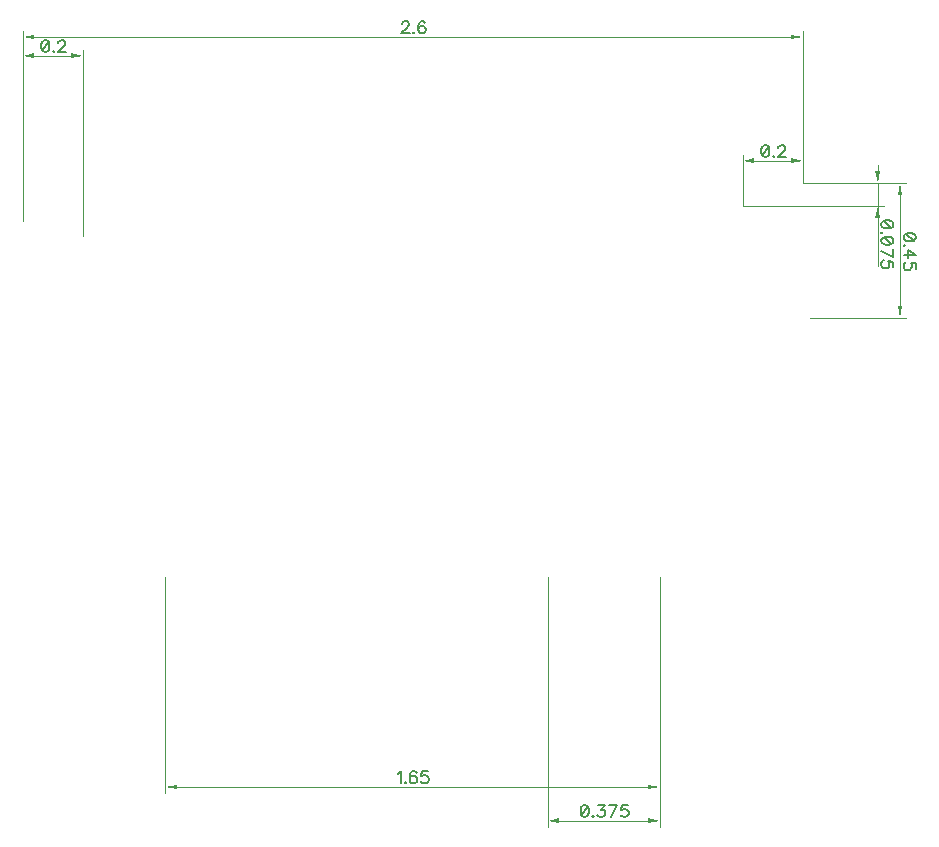
<source format=gbr>
G04 DipTrace 2.4.0.2*
%INTopDimension.gbr*%
%MOIN*%
%ADD13C,0.0015*%
%ADD71C,0.0062*%
%FSLAX44Y44*%
G04*
G70*
G90*
G75*
G01*
%LNTopDimension*%
%LPD*%
X22940Y9815D2*
D13*
Y1493D1*
X26690Y9815D2*
Y1493D1*
X24815Y1690D2*
X23334D1*
G36*
X22940D2*
X23334Y1769D1*
Y1611D1*
X22940Y1690D1*
G37*
X24815D2*
D13*
X26296D1*
G36*
X26690D2*
X26296Y1611D1*
Y1769D1*
X26690Y1690D1*
G37*
Y9815D2*
D13*
Y2618D1*
X10190Y9815D2*
Y2618D1*
X18440Y2815D2*
X26296D1*
G36*
X26690D2*
X26296Y2736D1*
Y2894D1*
X26690Y2815D1*
G37*
X18440D2*
D13*
X10584D1*
G36*
X10190D2*
X10584Y2894D1*
Y2736D1*
X10190Y2815D1*
G37*
X5440Y21690D2*
D13*
Y27387D1*
X7440Y21190D2*
Y27387D1*
X6440Y27190D2*
X5834D1*
G36*
X5440D2*
X5834Y27269D1*
Y27111D1*
X5440Y27190D1*
G37*
X6440D2*
D13*
X7046D1*
G36*
X7440D2*
X7046Y27111D1*
Y27269D1*
X7440Y27190D1*
G37*
X31440Y22940D2*
D13*
X34137D1*
X29440Y22190D2*
X34137D1*
X33940Y22940D2*
Y22190D1*
Y23531D2*
Y23334D1*
G36*
Y22940D2*
X33861Y23334D1*
X34019D1*
X33940Y22940D1*
G37*
Y21599D2*
D13*
Y21796D1*
G36*
Y22190D2*
X34019Y21796D1*
X33861D1*
X33940Y22190D1*
G37*
Y20192D2*
D13*
Y22940D1*
X29440Y22190D2*
Y23887D1*
X31440Y22940D2*
Y23887D1*
X30440Y23690D2*
X29834D1*
G36*
X29440D2*
X29834Y23769D1*
Y23611D1*
X29440Y23690D1*
G37*
X30440D2*
D13*
X31046D1*
G36*
X31440D2*
X31046Y23611D1*
Y23769D1*
X31440Y23690D1*
G37*
Y22940D2*
D13*
X34887D1*
X31690Y18440D2*
X34887D1*
X34690Y20690D2*
Y22546D1*
G36*
Y22940D2*
X34769Y22546D1*
X34611D1*
X34690Y22940D1*
G37*
Y20690D2*
D13*
Y18834D1*
G36*
Y18440D2*
X34611Y18834D1*
X34769D1*
X34690Y18440D1*
G37*
X5440Y21690D2*
D13*
Y28012D1*
X31440Y22940D2*
Y28012D1*
X18440Y27815D2*
X5834D1*
G36*
X5440D2*
X5834Y27894D1*
Y27736D1*
X5440Y27815D1*
G37*
X18440D2*
D13*
X31046D1*
G36*
X31440D2*
X31046Y27736D1*
Y27894D1*
X31440Y27815D1*
G37*
X24159Y2214D2*
D71*
X24101Y2195D1*
X24063Y2137D1*
X24044Y2042D1*
Y1984D1*
X24063Y1889D1*
X24101Y1831D1*
X24159Y1812D1*
X24197D1*
X24254Y1831D1*
X24292Y1889D1*
X24312Y1984D1*
Y2042D1*
X24292Y2137D1*
X24254Y2195D1*
X24197Y2214D1*
X24159D1*
X24292Y2137D2*
X24063Y1889D1*
X24454Y1851D2*
X24435Y1831D1*
X24454Y1812D1*
X24474Y1831D1*
X24454Y1851D1*
X24636Y2214D2*
X24846D1*
X24731Y2061D1*
X24789D1*
X24827Y2042D1*
X24846Y2023D1*
X24865Y1965D1*
Y1927D1*
X24846Y1870D1*
X24808Y1831D1*
X24750Y1812D1*
X24693D1*
X24636Y1831D1*
X24617Y1851D1*
X24597Y1889D1*
X25065Y1812D2*
X25257Y2214D1*
X24989D1*
X25610D2*
X25419D1*
X25400Y2042D1*
X25419Y2061D1*
X25476Y2080D1*
X25533D1*
X25591Y2061D1*
X25629Y2023D1*
X25648Y1965D1*
Y1927D1*
X25629Y1870D1*
X25591Y1831D1*
X25533Y1812D1*
X25476D1*
X25419Y1831D1*
X25400Y1851D1*
X25380Y1889D1*
X17960Y3262D2*
X17999Y3282D1*
X18056Y3339D1*
Y2937D1*
X18199Y2976D2*
X18180Y2956D1*
X18199Y2937D1*
X18218Y2956D1*
X18199Y2976D1*
X18571Y3282D2*
X18552Y3320D1*
X18495Y3339D1*
X18457D1*
X18399Y3320D1*
X18361Y3262D1*
X18342Y3167D1*
Y3071D1*
X18361Y2995D1*
X18399Y2956D1*
X18457Y2937D1*
X18476D1*
X18533Y2956D1*
X18571Y2995D1*
X18590Y3052D1*
Y3071D1*
X18571Y3129D1*
X18533Y3167D1*
X18476Y3186D1*
X18457D1*
X18399Y3167D1*
X18361Y3129D1*
X18342Y3071D1*
X18943Y3339D2*
X18752D1*
X18733Y3167D1*
X18752Y3186D1*
X18810Y3205D1*
X18867D1*
X18924Y3186D1*
X18963Y3148D1*
X18982Y3090D1*
Y3052D1*
X18963Y2995D1*
X18924Y2956D1*
X18867Y2937D1*
X18810D1*
X18752Y2956D1*
X18733Y2976D1*
X18714Y3014D1*
X6175Y27714D2*
X6118Y27695D1*
X6079Y27637D1*
X6060Y27542D1*
Y27484D1*
X6079Y27389D1*
X6118Y27331D1*
X6175Y27312D1*
X6213D1*
X6271Y27331D1*
X6309Y27389D1*
X6328Y27484D1*
Y27542D1*
X6309Y27637D1*
X6271Y27695D1*
X6213Y27714D1*
X6175D1*
X6309Y27637D2*
X6079Y27389D1*
X6471Y27351D2*
X6452Y27331D1*
X6471Y27312D1*
X6490Y27331D1*
X6471Y27351D1*
X6633Y27618D2*
Y27637D1*
X6652Y27676D1*
X6671Y27695D1*
X6710Y27714D1*
X6786D1*
X6824Y27695D1*
X6843Y27676D1*
X6863Y27637D1*
Y27599D1*
X6843Y27561D1*
X6805Y27504D1*
X6614Y27312D1*
X6882D1*
X34464Y21589D2*
X34445Y21646D1*
X34387Y21685D1*
X34292Y21704D1*
X34234D1*
X34139Y21685D1*
X34081Y21646D1*
X34062Y21589D1*
Y21551D1*
X34081Y21493D1*
X34139Y21455D1*
X34234Y21436D1*
X34292D1*
X34387Y21455D1*
X34445Y21493D1*
X34464Y21551D1*
Y21589D1*
X34387Y21455D2*
X34139Y21685D1*
X34101Y21293D2*
X34081Y21312D1*
X34062Y21293D1*
X34081Y21274D1*
X34101Y21293D1*
X34464Y21035D2*
X34445Y21093D1*
X34387Y21131D1*
X34292Y21150D1*
X34234D1*
X34139Y21131D1*
X34081Y21093D1*
X34062Y21035D1*
Y20997D1*
X34081Y20940D1*
X34139Y20902D1*
X34234Y20882D1*
X34292D1*
X34387Y20902D1*
X34445Y20940D1*
X34464Y20997D1*
Y21035D1*
X34387Y20902D2*
X34139Y21131D1*
X34062Y20682D2*
X34464Y20491D1*
Y20759D1*
Y20138D2*
Y20329D1*
X34292Y20348D1*
X34311Y20329D1*
X34330Y20271D1*
Y20214D1*
X34311Y20157D1*
X34273Y20118D1*
X34215Y20099D1*
X34177D1*
X34120Y20118D1*
X34081Y20157D1*
X34062Y20214D1*
Y20271D1*
X34081Y20329D1*
X34101Y20348D1*
X34139Y20367D1*
X30175Y24214D2*
X30118Y24195D1*
X30079Y24137D1*
X30060Y24042D1*
Y23984D1*
X30079Y23889D1*
X30118Y23831D1*
X30175Y23812D1*
X30213D1*
X30271Y23831D1*
X30309Y23889D1*
X30328Y23984D1*
Y24042D1*
X30309Y24137D1*
X30271Y24195D1*
X30213Y24214D1*
X30175D1*
X30309Y24137D2*
X30079Y23889D1*
X30471Y23851D2*
X30452Y23831D1*
X30471Y23812D1*
X30490Y23831D1*
X30471Y23851D1*
X30633Y24118D2*
Y24137D1*
X30652Y24176D1*
X30671Y24195D1*
X30710Y24214D1*
X30786D1*
X30824Y24195D1*
X30843Y24176D1*
X30863Y24137D1*
Y24099D1*
X30843Y24061D1*
X30805Y24004D1*
X30614Y23812D1*
X30882D1*
X35214Y21160D2*
X35195Y21218D1*
X35137Y21256D1*
X35042Y21275D1*
X34984D1*
X34889Y21256D1*
X34831Y21218D1*
X34812Y21160D1*
Y21122D1*
X34831Y21065D1*
X34889Y21027D1*
X34984Y21007D1*
X35042D1*
X35137Y21027D1*
X35195Y21065D1*
X35214Y21122D1*
Y21160D1*
X35137Y21027D2*
X34889Y21256D1*
X34851Y20865D2*
X34831Y20884D1*
X34812Y20865D1*
X34831Y20845D1*
X34851Y20865D1*
X34812Y20530D2*
X35214D1*
X34946Y20722D1*
Y20435D1*
X35214Y20082D2*
Y20273D1*
X35042Y20292D1*
X35061Y20273D1*
X35080Y20215D1*
Y20158D1*
X35061Y20101D1*
X35023Y20062D1*
X34965Y20043D1*
X34927D1*
X34870Y20062D1*
X34831Y20101D1*
X34812Y20158D1*
Y20215D1*
X34831Y20273D1*
X34851Y20292D1*
X34889Y20311D1*
X18089Y28243D2*
Y28262D1*
X18108Y28301D1*
X18127Y28320D1*
X18166Y28339D1*
X18242D1*
X18280Y28320D1*
X18299Y28301D1*
X18319Y28262D1*
Y28224D1*
X18299Y28186D1*
X18261Y28129D1*
X18070Y27937D1*
X18338D1*
X18480Y27976D2*
X18461Y27956D1*
X18480Y27937D1*
X18500Y27956D1*
X18480Y27976D1*
X18853Y28282D2*
X18834Y28320D1*
X18776Y28339D1*
X18738D1*
X18681Y28320D1*
X18642Y28262D1*
X18623Y28167D1*
Y28071D1*
X18642Y27995D1*
X18681Y27956D1*
X18738Y27937D1*
X18757D1*
X18814Y27956D1*
X18853Y27995D1*
X18872Y28052D1*
Y28071D1*
X18853Y28129D1*
X18814Y28167D1*
X18757Y28186D1*
X18738D1*
X18681Y28167D1*
X18642Y28129D1*
X18623Y28071D1*
M02*

</source>
